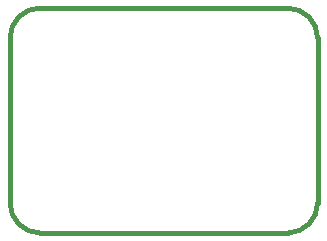
<source format=gbr>
G04 #@! TF.GenerationSoftware,KiCad,Pcbnew,(5.1.4)-1*
G04 #@! TF.CreationDate,2020-03-27T15:32:05-04:00*
G04 #@! TF.ProjectId,Encoder Daughterboard,456e636f-6465-4722-9044-617567687465,rev?*
G04 #@! TF.SameCoordinates,PX9d739e0PY5e78920*
G04 #@! TF.FileFunction,Profile,NP*
%FSLAX46Y46*%
G04 Gerber Fmt 4.6, Leading zero omitted, Abs format (unit mm)*
G04 Created by KiCad (PCBNEW (5.1.4)-1) date 2020-03-27 15:32:05*
%MOMM*%
%LPD*%
G04 APERTURE LIST*
%ADD10C,0.381000*%
G04 APERTURE END LIST*
D10*
X-13970000Y-9525000D02*
G75*
G02X-16510000Y-6985000I0J2540000D01*
G01*
X-16510000Y6985000D02*
G75*
G02X-13970000Y9525000I2540000J0D01*
G01*
X6985000Y9525000D02*
G75*
G02X9525000Y6985000I0J-2540000D01*
G01*
X9525000Y-6985000D02*
G75*
G02X6985000Y-9525000I-2540000J0D01*
G01*
X-13970000Y-9525000D02*
X6985000Y-9525000D01*
X-16510000Y6985000D02*
X-16510000Y-6985000D01*
X6985000Y9525000D02*
X-13970000Y9525000D01*
X9525000Y-6985000D02*
X9525000Y6985000D01*
M02*

</source>
